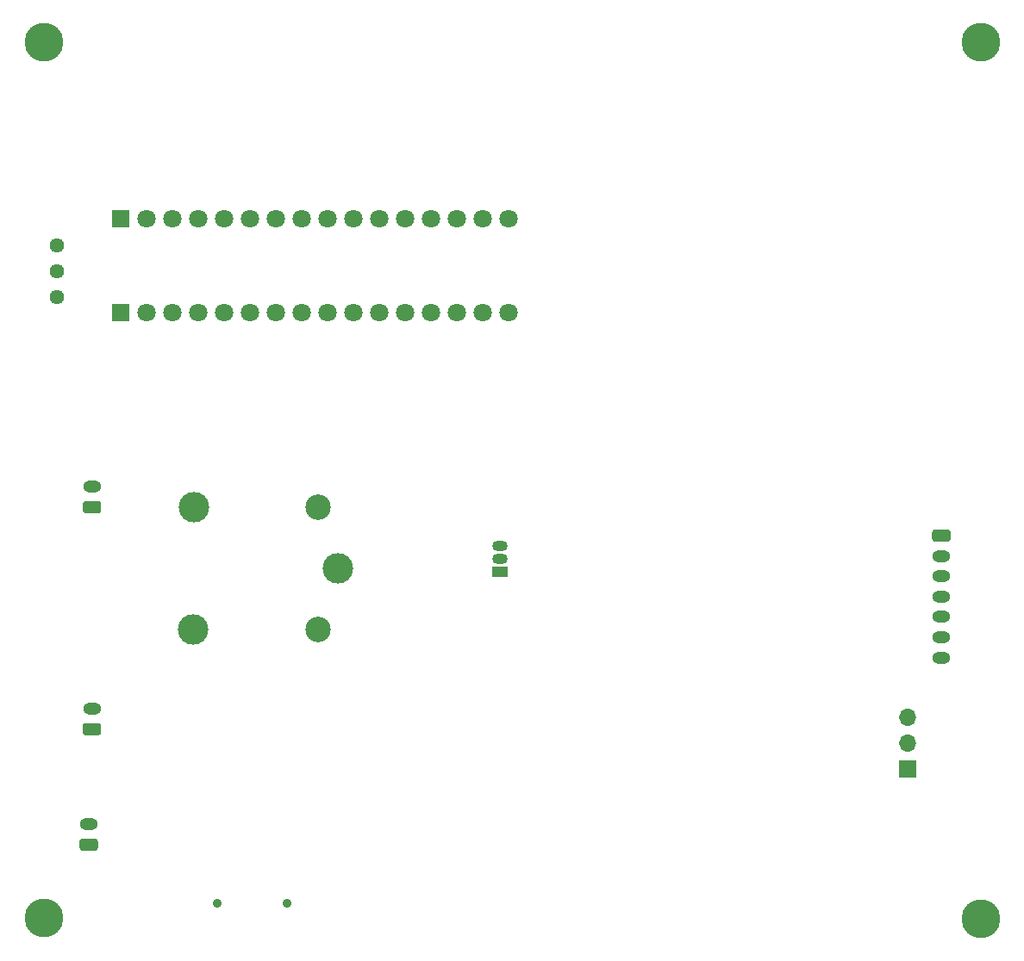
<source format=gbr>
%TF.GenerationSoftware,KiCad,Pcbnew,(5.1.10)-1*%
%TF.CreationDate,2022-05-26T21:18:39-05:00*%
%TF.ProjectId,SE,53452e6b-6963-4616-945f-706362585858,rev?*%
%TF.SameCoordinates,Original*%
%TF.FileFunction,Soldermask,Bot*%
%TF.FilePolarity,Negative*%
%FSLAX46Y46*%
G04 Gerber Fmt 4.6, Leading zero omitted, Abs format (unit mm)*
G04 Created by KiCad (PCBNEW (5.1.10)-1) date 2022-05-26 21:18:39*
%MOMM*%
%LPD*%
G01*
G04 APERTURE LIST*
%ADD10C,3.800000*%
%ADD11C,1.800000*%
%ADD12R,1.800000X1.800000*%
%ADD13C,0.900000*%
%ADD14C,1.440000*%
%ADD15R,1.500000X1.050000*%
%ADD16O,1.500000X1.050000*%
%ADD17C,3.000000*%
%ADD18C,2.500000*%
%ADD19O,1.800000X1.200000*%
%ADD20O,1.700000X1.700000*%
%ADD21R,1.700000X1.700000*%
G04 APERTURE END LIST*
D10*
%TO.C,REF\u002A\u002A*%
X115650000Y-147870000D03*
%TD*%
%TO.C,REF\u002A\u002A*%
X207670000Y-147950000D03*
%TD*%
%TO.C,REF\u002A\u002A*%
X207690000Y-61760000D03*
%TD*%
%TO.C,REF\u002A\u002A*%
X115650000Y-61750000D03*
%TD*%
D11*
%TO.C,U2*%
X161290000Y-88340000D03*
X158750000Y-88340000D03*
X156210000Y-88340000D03*
X153670000Y-88340000D03*
X151130000Y-88340000D03*
X148590000Y-88340000D03*
X146050000Y-88340000D03*
X143510000Y-88340000D03*
X140970000Y-88340000D03*
X138430000Y-88340000D03*
X135890000Y-88340000D03*
X133350000Y-88340000D03*
X130810000Y-88340000D03*
X128270000Y-88340000D03*
X125730000Y-88340000D03*
D12*
X123190000Y-88340000D03*
%TD*%
D11*
%TO.C,U3*%
X161310000Y-79160000D03*
X158770000Y-79160000D03*
X156230000Y-79160000D03*
X153690000Y-79160000D03*
X151150000Y-79160000D03*
X148610000Y-79160000D03*
X146070000Y-79160000D03*
X143530000Y-79160000D03*
X140990000Y-79160000D03*
X138450000Y-79160000D03*
X135910000Y-79160000D03*
X133370000Y-79160000D03*
X130830000Y-79160000D03*
X128290000Y-79160000D03*
X125750000Y-79160000D03*
D12*
X123210000Y-79160000D03*
%TD*%
D13*
%TO.C,SW4*%
X139530000Y-146470000D03*
X132730000Y-146470000D03*
%TD*%
D14*
%TO.C,RV1*%
X116960000Y-86820000D03*
X116960000Y-84280000D03*
X116960000Y-81740000D03*
%TD*%
D15*
%TO.C,Q4*%
X160460000Y-113800000D03*
D16*
X160460000Y-111260000D03*
X160460000Y-112530000D03*
%TD*%
D17*
%TO.C,K1*%
X144530000Y-113520000D03*
D18*
X142580000Y-119470000D03*
D17*
X130330000Y-119520000D03*
X130380000Y-107470000D03*
D18*
X142580000Y-107470000D03*
%TD*%
D19*
%TO.C,J5*%
X120400000Y-105490000D03*
G36*
G01*
X121050001Y-108090000D02*
X119749999Y-108090000D01*
G75*
G02*
X119500000Y-107840001I0J249999D01*
G01*
X119500000Y-107139999D01*
G75*
G02*
X119749999Y-106890000I249999J0D01*
G01*
X121050001Y-106890000D01*
G75*
G02*
X121300000Y-107139999I0J-249999D01*
G01*
X121300000Y-107840001D01*
G75*
G02*
X121050001Y-108090000I-249999J0D01*
G01*
G37*
%TD*%
%TO.C,J4*%
X120070000Y-138660000D03*
G36*
G01*
X120720001Y-141260000D02*
X119419999Y-141260000D01*
G75*
G02*
X119170000Y-141010001I0J249999D01*
G01*
X119170000Y-140309999D01*
G75*
G02*
X119419999Y-140060000I249999J0D01*
G01*
X120720001Y-140060000D01*
G75*
G02*
X120970000Y-140309999I0J-249999D01*
G01*
X120970000Y-141010001D01*
G75*
G02*
X120720001Y-141260000I-249999J0D01*
G01*
G37*
%TD*%
%TO.C,J3*%
X120380000Y-127310000D03*
G36*
G01*
X121030001Y-129910000D02*
X119729999Y-129910000D01*
G75*
G02*
X119480000Y-129660001I0J249999D01*
G01*
X119480000Y-128959999D01*
G75*
G02*
X119729999Y-128710000I249999J0D01*
G01*
X121030001Y-128710000D01*
G75*
G02*
X121280000Y-128959999I0J-249999D01*
G01*
X121280000Y-129660001D01*
G75*
G02*
X121030001Y-129910000I-249999J0D01*
G01*
G37*
%TD*%
%TO.C,J2*%
X203820000Y-122270000D03*
X203820000Y-120270000D03*
X203820000Y-118270000D03*
X203820000Y-116270000D03*
X203820000Y-114270000D03*
X203820000Y-112270000D03*
G36*
G01*
X203169999Y-109670000D02*
X204470001Y-109670000D01*
G75*
G02*
X204720000Y-109919999I0J-249999D01*
G01*
X204720000Y-110620001D01*
G75*
G02*
X204470001Y-110870000I-249999J0D01*
G01*
X203169999Y-110870000D01*
G75*
G02*
X202920000Y-110620001I0J249999D01*
G01*
X202920000Y-109919999D01*
G75*
G02*
X203169999Y-109670000I249999J0D01*
G01*
G37*
%TD*%
D20*
%TO.C,J1*%
X200520000Y-128140000D03*
X200520000Y-130680000D03*
D21*
X200520000Y-133220000D03*
%TD*%
M02*

</source>
